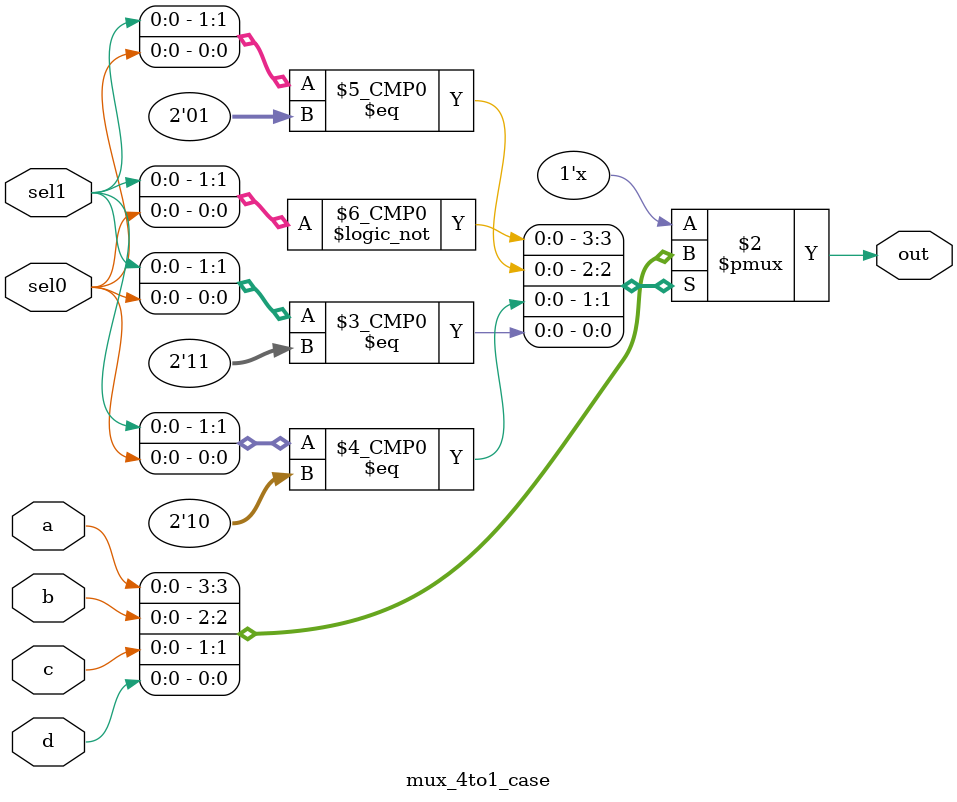
<source format=v>
module mux_4to1_case (
  input a,
  input b,
  input c,
  input d,
  input sel0,
  input sel1,
  output reg out
);

  always @(*) begin
    case ({sel1, sel0})
      2'b00: out = a;
      2'b01: out = b;
      2'b10: out = c;
      2'b11: out = d;
    endcase
  end

endmodule

</source>
